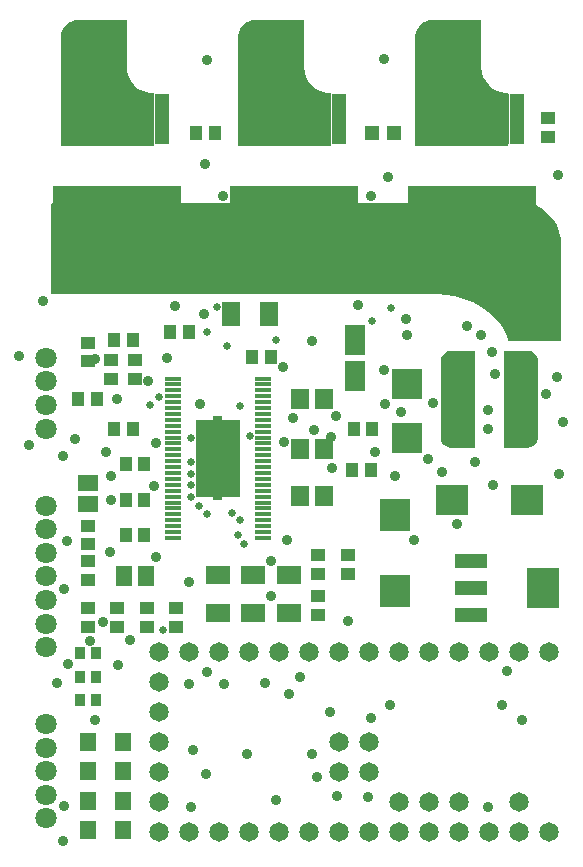
<source format=gts>
G04 Layer_Color=8388736*
%FSAX44Y44*%
%MOMM*%
G71*
G01*
G75*
%ADD43R,1.3716X0.4064*%
%ADD44R,0.9032X1.1032*%
%ADD45R,1.5532X2.1032*%
%ADD46R,1.1032X1.2032*%
%ADD47R,2.6032X2.8032*%
%ADD48R,1.5532X1.7532*%
%ADD49R,1.2032X1.1032*%
%ADD50R,2.1032X1.5532*%
%ADD51R,1.6532X1.3532*%
%ADD52R,1.3532X1.6532*%
%ADD53R,2.8032X2.6032*%
%ADD54R,2.5032X2.5032*%
%ADD55R,1.7532X2.6032*%
%ADD56R,1.4224X1.6256*%
G04:AMPARAMS|DCode=57|XSize=2.9032mm|YSize=8.2032mm|CornerRadius=1.4516mm|HoleSize=0mm|Usage=FLASHONLY|Rotation=0.000|XOffset=0mm|YOffset=0mm|HoleType=Round|Shape=RoundedRectangle|*
%AMROUNDEDRECTD57*
21,1,2.9032,5.3000,0,0,0.0*
21,1,0.0000,8.2032,0,0,0.0*
1,1,2.9032,0.0000,-2.6500*
1,1,2.9032,0.0000,-2.6500*
1,1,2.9032,0.0000,2.6500*
1,1,2.9032,0.0000,2.6500*
%
%ADD57ROUNDEDRECTD57*%
%ADD58R,1.3032X1.3032*%
%ADD59R,2.7032X3.5032*%
%ADD60R,2.7032X1.2032*%
%ADD61R,10.8032X9.0032*%
%ADD62R,1.1516X4.2516*%
%ADD63C,1.8034*%
%ADD64C,1.6510*%
%ADD65C,0.9144*%
%ADD66C,0.6604*%
%ADD67C,0.7112*%
G36*
X00784000Y00852385D02*
X00798685D01*
Y00849559D01*
Y00845559D01*
Y00841685D01*
Y00837685D01*
Y00833811D01*
Y00829811D01*
Y00825937D01*
Y00821937D01*
Y00818063D01*
Y00814063D01*
Y00810189D01*
Y00806189D01*
Y00802315D01*
Y00798315D01*
Y00794441D01*
Y00790441D01*
Y00787615D01*
X00784000D01*
Y00784450D01*
X00776000D01*
Y00787615D01*
X00761315D01*
Y00790441D01*
Y00794441D01*
Y00798315D01*
Y00802315D01*
Y00806189D01*
Y00810189D01*
Y00814063D01*
Y00818063D01*
Y00821937D01*
Y00825937D01*
Y00829811D01*
Y00833811D01*
Y00837685D01*
Y00841685D01*
Y00845559D01*
Y00849559D01*
Y00852385D01*
X00776000D01*
Y00855550D01*
X00784000D01*
Y00852385D01*
D02*
G37*
%LPC*%
G36*
X00785937Y00810189D02*
X00781937D01*
Y00806189D01*
X00785937D01*
Y00810189D01*
D02*
G37*
G36*
X00778063D02*
X00774063D01*
Y00806189D01*
X00778063D01*
Y00810189D01*
D02*
G37*
G36*
X00770189D02*
X00766189D01*
Y00806189D01*
X00770189D01*
Y00810189D01*
D02*
G37*
G36*
X00793811D02*
X00789811D01*
Y00806189D01*
X00793811D01*
Y00810189D01*
D02*
G37*
G36*
X00785937Y00818063D02*
X00781937D01*
Y00814063D01*
X00785937D01*
Y00818063D01*
D02*
G37*
G36*
X00778063D02*
X00774063D01*
Y00814063D01*
X00778063D01*
Y00818063D01*
D02*
G37*
G36*
X00770189D02*
X00766189D01*
Y00814063D01*
X00770189D01*
Y00818063D01*
D02*
G37*
G36*
X00793811Y00802315D02*
X00789811D01*
Y00798315D01*
X00793811D01*
Y00802315D01*
D02*
G37*
G36*
X00785937Y00794441D02*
X00781937D01*
Y00790441D01*
X00785937D01*
Y00794441D01*
D02*
G37*
G36*
X00778063D02*
X00774063D01*
Y00790441D01*
X00778063D01*
Y00794441D01*
D02*
G37*
G36*
X00770189D02*
X00766189D01*
Y00790441D01*
X00770189D01*
Y00794441D01*
D02*
G37*
G36*
X00793811D02*
X00789811D01*
Y00790441D01*
X00793811D01*
Y00794441D01*
D02*
G37*
G36*
X00785937Y00802315D02*
X00781937D01*
Y00798315D01*
X00785937D01*
Y00802315D01*
D02*
G37*
G36*
X00778063D02*
X00774063D01*
Y00798315D01*
X00778063D01*
Y00802315D01*
D02*
G37*
G36*
X00770189D02*
X00766189D01*
Y00798315D01*
X00770189D01*
Y00802315D01*
D02*
G37*
G36*
X00793811Y00818063D02*
X00789811D01*
Y00814063D01*
X00793811D01*
Y00818063D01*
D02*
G37*
G36*
X00785937Y00841685D02*
X00781937D01*
Y00837685D01*
X00785937D01*
Y00841685D01*
D02*
G37*
G36*
X00793811D02*
X00789811D01*
Y00837685D01*
X00793811D01*
Y00841685D01*
D02*
G37*
G36*
X00770189D02*
X00766189D01*
Y00837685D01*
X00770189D01*
Y00841685D01*
D02*
G37*
G36*
X00778063D02*
X00774063D01*
Y00837685D01*
X00778063D01*
Y00841685D01*
D02*
G37*
G36*
X00785937Y00849559D02*
X00781937D01*
Y00845559D01*
X00785937D01*
Y00849559D01*
D02*
G37*
G36*
X00793811D02*
X00789811D01*
Y00845559D01*
X00793811D01*
Y00849559D01*
D02*
G37*
G36*
X00770189D02*
X00766189D01*
Y00845559D01*
X00770189D01*
Y00849559D01*
D02*
G37*
G36*
X00778063D02*
X00774063D01*
Y00845559D01*
X00778063D01*
Y00849559D01*
D02*
G37*
G36*
X00785937Y00825937D02*
X00781937D01*
Y00821937D01*
X00785937D01*
Y00825937D01*
D02*
G37*
G36*
X00793811D02*
X00789811D01*
Y00821937D01*
X00793811D01*
Y00825937D01*
D02*
G37*
G36*
X00770189D02*
X00766189D01*
Y00821937D01*
X00770189D01*
Y00825937D01*
D02*
G37*
G36*
X00778063D02*
X00774063D01*
Y00821937D01*
X00778063D01*
Y00825937D01*
D02*
G37*
G36*
X00785937Y00833811D02*
X00781937D01*
Y00829811D01*
X00785937D01*
Y00833811D01*
D02*
G37*
G36*
X00793811D02*
X00789811D01*
Y00829811D01*
X00793811D01*
Y00833811D01*
D02*
G37*
G36*
X00770189D02*
X00766189D01*
Y00829811D01*
X00770189D01*
Y00833811D01*
D02*
G37*
G36*
X00778063D02*
X00774063D01*
Y00829811D01*
X00778063D01*
Y00833811D01*
D02*
G37*
%LPD*%
G36*
X01045035Y01036015D02*
X01045070Y01036015D01*
X01045101Y01036011D01*
X01045133Y01036009D01*
X01045167Y01036002D01*
X01045201Y01035998D01*
X01045232Y01035989D01*
X01045263Y01035983D01*
X01045296Y01035972D01*
X01045330Y01035963D01*
X01047943Y01035067D01*
X01047968Y01035056D01*
X01047994Y01035048D01*
X01048029Y01035031D01*
X01048065Y01035016D01*
X01048089Y01035002D01*
X01048114Y01034990D01*
X01055317Y01030912D01*
X01055343Y01030895D01*
X01055370Y01030880D01*
X01055399Y01030858D01*
X01055428Y01030839D01*
X01055452Y01030818D01*
X01055477Y01030800D01*
X01059905Y01027018D01*
X01059915Y01027008D01*
X01059925Y01027000D01*
X01059962Y01026962D01*
X01060001Y01026925D01*
X01060009Y01026914D01*
X01060018Y01026905D01*
X01063800Y01022476D01*
X01063808Y01022465D01*
X01063818Y01022456D01*
X01063848Y01022412D01*
X01063880Y01022370D01*
X01063887Y01022358D01*
X01063894Y01022347D01*
X01066937Y01017381D01*
X01066943Y01017370D01*
X01066951Y01017358D01*
X01066975Y01017310D01*
X01066999Y01017263D01*
X01067004Y01017251D01*
X01067010Y01017239D01*
X01069239Y01011858D01*
X01069243Y01011846D01*
X01069248Y01011834D01*
X01069264Y01011783D01*
X01069281Y01011732D01*
X01069284Y01011719D01*
X01069288Y01011706D01*
X01070647Y01006044D01*
X01070650Y01006031D01*
X01070653Y01006018D01*
X01070661Y01005965D01*
X01070670Y01005912D01*
X01070670Y01005899D01*
X01070672Y01005886D01*
X01071015Y01001534D01*
X01071015Y01001494D01*
X01071018Y01001454D01*
Y01000000D01*
X01071018Y01000000D01*
X01071018Y00920000D01*
X01071009Y00919867D01*
X01070983Y00919736D01*
X01070941Y00919610D01*
X01070882Y00919491D01*
X01070808Y00919380D01*
X01070720Y00919280D01*
X01070620Y00919192D01*
X01070509Y00919118D01*
X01070390Y00919059D01*
X01070264Y00919016D01*
X01070133Y00918990D01*
X01070000Y00918982D01*
X01026782D01*
X01026778Y00918982D01*
X01026775Y00918982D01*
X01026711Y00918987D01*
X01026649Y00918990D01*
X01026646Y00918991D01*
X01026642Y00918991D01*
X01026579Y00919005D01*
X01026518Y00919016D01*
X01026515Y00919018D01*
X01026512Y00919018D01*
X01026453Y00919038D01*
X01026392Y00919059D01*
X01026389Y00919061D01*
X01026386Y00919062D01*
X01026331Y00919090D01*
X01026273Y00919118D01*
X01026270Y00919120D01*
X01026267Y00919122D01*
X01026214Y00919158D01*
X01026162Y00919192D01*
X01026160Y00919194D01*
X01026157Y00919196D01*
X01026109Y00919239D01*
X01026062Y00919280D01*
X01026060Y00919283D01*
X01026057Y00919285D01*
X01026016Y00919332D01*
X01025974Y00919380D01*
X01025972Y00919383D01*
X01025970Y00919386D01*
X01025935Y00919440D01*
X01025900Y00919491D01*
X01025899Y00919494D01*
X01025897Y00919497D01*
X01025869Y00919554D01*
X01025841Y00919610D01*
X01025840Y00919614D01*
X01025839Y00919617D01*
X01025819Y00919676D01*
X01025798Y00919736D01*
X01025798Y00919740D01*
X01025797Y00919743D01*
X01025438Y00921121D01*
X01024067Y00925175D01*
X01021669Y00930037D01*
X01018659Y00934542D01*
X01015458Y00938158D01*
X01014298Y00939263D01*
X01014298Y00939263D01*
D01*
X01011716Y00941722D01*
X01003081Y00948126D01*
X00996064Y00952004D01*
X00988647Y00955076D01*
X00980933Y00957299D01*
X00973018Y00958644D01*
X00967006Y00958981D01*
X00965000Y00958981D01*
X00965000D01*
X00965000D01*
X00640000Y00958982D01*
X00639867Y00958990D01*
X00639737Y00959016D01*
X00639610Y00959059D01*
X00639491Y00959118D01*
X00639380Y00959192D01*
X00639280Y00959280D01*
X00639192Y00959380D01*
X00639118Y00959491D01*
X00639059Y00959610D01*
X00639016Y00959736D01*
X00638991Y00959867D01*
X00638982Y00960000D01*
Y01034270D01*
Y01034415D01*
D01*
Y01034415D01*
X00638991Y01034548D01*
X00639016Y01034679D01*
X00639031Y01034721D01*
X00639059Y01034805D01*
X00639059Y01034805D01*
X00639230Y01035218D01*
X00639230Y01035218D01*
X00639289Y01035337D01*
D01*
X00639290Y01035338D01*
X00639363Y01035448D01*
X00639439Y01035534D01*
X00639451Y01035548D01*
X00639451D01*
Y01035548D01*
X00639465Y01035561D01*
X00639551Y01035636D01*
X00639662Y01035710D01*
X00639662Y01035710D01*
D01*
X00639782Y01035769D01*
X00639782Y01035769D01*
X00640195Y01035940D01*
X00640195Y01035940D01*
X00640278Y01035968D01*
X00640321Y01035983D01*
X00640452Y01036009D01*
X00640584Y01036018D01*
X00640584D01*
D01*
X01045000D01*
X01045035Y01036015D01*
D02*
G37*
G36*
X00997133Y00911010D02*
X00997263Y00910984D01*
X00997390Y00910941D01*
X00997509Y00910882D01*
X00997620Y00910808D01*
X00997720Y00910720D01*
X00997808Y00910620D01*
X00997882Y00910509D01*
X00997941Y00910390D01*
X00997983Y00910264D01*
X00998009Y00910133D01*
X00998018Y00910000D01*
Y00830000D01*
X00998009Y00829867D01*
X00997983Y00829736D01*
X00997941Y00829610D01*
X00997882Y00829491D01*
X00997808Y00829380D01*
X00997720Y00829280D01*
X00997620Y00829192D01*
X00997509Y00829118D01*
X00997390Y00829059D01*
X00997263Y00829016D01*
X00997133Y00828990D01*
X00997000Y00828982D01*
X00977008D01*
X00976876Y00828990D01*
X00975409Y00829184D01*
X00975279Y00829210D01*
X00975153Y00829252D01*
X00973328Y00830008D01*
X00973208Y00830067D01*
X00973098Y00830141D01*
X00971531Y00831343D01*
X00971431Y00831431D01*
Y00831431D01*
X00971431D01*
X00971343Y00831531D01*
X00970141Y00833098D01*
X00970067Y00833209D01*
X00970037Y00833269D01*
X00970008Y00833328D01*
X00969252Y00835152D01*
X00969252Y00835153D01*
X00969224Y00835236D01*
X00969210Y00835279D01*
X00969184Y00835409D01*
Y00835409D01*
X00968990Y00836876D01*
X00968982Y00837008D01*
Y00837500D01*
Y00902500D01*
Y00902992D01*
X00968990Y00903124D01*
X00969184Y00904591D01*
X00969210Y00904722D01*
X00969252Y00904848D01*
X00970008Y00906672D01*
X00970067Y00906792D01*
X00970141Y00906902D01*
X00971343Y00908469D01*
X00971431Y00908569D01*
X00971531Y00908657D01*
X00971531Y00908657D01*
X00973098Y00909859D01*
X00973153Y00909896D01*
X00973208Y00909933D01*
X00973328Y00909992D01*
X00975152Y00910748D01*
X00975278Y00910790D01*
X00975409Y00910816D01*
X00976876Y00911010D01*
X00977008Y00911018D01*
X00977008D01*
X00977009D01*
X00977500Y00911018D01*
X00977500Y00911018D01*
X00997000D01*
X00997133Y00911010D01*
D02*
G37*
G36*
X01043124D02*
X01044591Y00910816D01*
X01044721Y00910790D01*
X01044847Y00910748D01*
X01046672Y00909992D01*
X01046792Y00909933D01*
X01046847Y00909896D01*
X01046902Y00909859D01*
X01048469Y00908657D01*
X01048569Y00908569D01*
X01048657Y00908469D01*
X01049859Y00906902D01*
X01049933Y00906792D01*
X01049992Y00906672D01*
X01050748Y00904847D01*
X01050790Y00904721D01*
X01050816Y00904591D01*
X01051010Y00903124D01*
X01051018Y00902992D01*
Y00902500D01*
Y00837500D01*
Y00837008D01*
X01051010Y00836876D01*
X01050816Y00835409D01*
Y00835409D01*
X01050790Y00835279D01*
X01050776Y00835236D01*
X01050748Y00835153D01*
X01050748Y00835152D01*
X01049992Y00833328D01*
X01049963Y00833269D01*
X01049933Y00833209D01*
X01049859Y00833098D01*
X01048657Y00831531D01*
X01048569Y00831431D01*
X01048569D01*
Y00831431D01*
X01048469Y00831343D01*
X01046902Y00830141D01*
X01046792Y00830067D01*
X01046672Y00830008D01*
X01044847Y00829252D01*
X01044721Y00829210D01*
X01044591Y00829184D01*
X01043124Y00828990D01*
X01042992Y00828982D01*
X01023000D01*
X01022867Y00828990D01*
X01022737Y00829016D01*
X01022610Y00829059D01*
X01022491Y00829118D01*
X01022380Y00829192D01*
X01022280Y00829280D01*
X01022192Y00829380D01*
X01022118Y00829491D01*
X01022059Y00829610D01*
X01022017Y00829736D01*
X01021991Y00829867D01*
X01021982Y00830000D01*
Y00910000D01*
X01021991Y00910133D01*
X01022017Y00910264D01*
X01022059Y00910390D01*
X01022118Y00910509D01*
X01022192Y00910620D01*
X01022280Y00910720D01*
X01022380Y00910808D01*
X01022491Y00910882D01*
X01022610Y00910941D01*
X01022737Y00910984D01*
X01022867Y00911010D01*
X01023000Y00911018D01*
X01042992D01*
X01043124Y00911010D01*
D02*
G37*
G36*
X01002317Y01191010D02*
X01002447Y01190984D01*
X01002573Y01190941D01*
X01002693Y01190882D01*
X01002804Y01190808D01*
X01002904Y01190720D01*
X01002991Y01190620D01*
X01003065Y01190509D01*
X01003124Y01190390D01*
X01003167Y01190264D01*
X01003193Y01190133D01*
X01003202Y01190000D01*
Y01151252D01*
Y01150181D01*
X01003517Y01146979D01*
X01004764Y01142870D01*
X01006788Y01139083D01*
X01009512Y01135764D01*
X01012831Y01133040D01*
X01016596Y01131028D01*
X01022878Y01129454D01*
X01025000D01*
X01025133Y01129445D01*
X01025264Y01129419D01*
X01025390Y01129376D01*
X01025509Y01129317D01*
X01025620Y01129243D01*
X01025720Y01129156D01*
X01025808Y01129055D01*
X01025882Y01128945D01*
X01025941Y01128825D01*
X01025984Y01128699D01*
X01026010Y01128569D01*
X01026018Y01128436D01*
Y01085000D01*
X01026010Y01084867D01*
X01025984Y01084736D01*
X01025941Y01084610D01*
X01025882Y01084491D01*
X01025808Y01084380D01*
X01025720Y01084280D01*
X01025620Y01084192D01*
X01025509Y01084118D01*
X01025390Y01084059D01*
X01025264Y01084016D01*
X01025133Y01083990D01*
X01025000Y01083982D01*
X00948303D01*
X00948170Y01083990D01*
X00948039Y01084016D01*
X00947913Y01084059D01*
X00947794Y01084118D01*
X00947683Y01084192D01*
X00947583Y01084280D01*
X00947495Y01084380D01*
X00947421Y01084491D01*
X00947362Y01084610D01*
X00947319Y01084736D01*
X00947293Y01084867D01*
X00947285Y01085000D01*
Y01176232D01*
Y01177134D01*
X00947293Y01177267D01*
X00947648Y01179959D01*
X00947674Y01180090D01*
X00947717Y01180216D01*
X00949104Y01183565D01*
X00949163Y01183684D01*
X00949187Y01183721D01*
X00949237Y01183795D01*
X00951444Y01186671D01*
X00951532Y01186771D01*
X00951632Y01186859D01*
X00954508Y01189066D01*
X00954619Y01189140D01*
X00954738Y01189199D01*
X00958087Y01190586D01*
X00958087Y01190586D01*
X00958170Y01190615D01*
X00958213Y01190629D01*
X00958344Y01190655D01*
X00958344D01*
X00961036Y01191010D01*
X00961169Y01191018D01*
X00961169D01*
D01*
X01002184D01*
X01002317Y01191010D01*
D02*
G37*
G36*
X00852317D02*
X00852447Y01190984D01*
X00852573Y01190941D01*
X00852693Y01190882D01*
X00852804Y01190808D01*
X00852904Y01190720D01*
X00852991Y01190620D01*
X00853065Y01190509D01*
X00853124Y01190390D01*
X00853167Y01190264D01*
X00853193Y01190133D01*
X00853202Y01190000D01*
Y01151252D01*
Y01150181D01*
X00853517Y01146979D01*
X00854764Y01142870D01*
X00856788Y01139083D01*
X00859512Y01135764D01*
X00862831Y01133040D01*
X00866596Y01131028D01*
X00872878Y01129454D01*
X00875000D01*
X00875133Y01129445D01*
X00875264Y01129419D01*
X00875390Y01129376D01*
X00875509Y01129317D01*
X00875620Y01129243D01*
X00875720Y01129156D01*
X00875808Y01129055D01*
X00875882Y01128945D01*
X00875941Y01128825D01*
X00875984Y01128699D01*
X00876010Y01128569D01*
X00876018Y01128436D01*
Y01085000D01*
X00876010Y01084867D01*
X00875984Y01084736D01*
X00875941Y01084610D01*
X00875882Y01084491D01*
X00875808Y01084380D01*
X00875720Y01084280D01*
X00875620Y01084192D01*
X00875509Y01084118D01*
X00875390Y01084059D01*
X00875264Y01084016D01*
X00875133Y01083990D01*
X00875000Y01083982D01*
X00798303D01*
X00798170Y01083990D01*
X00798039Y01084016D01*
X00797913Y01084059D01*
X00797794Y01084118D01*
X00797683Y01084192D01*
X00797583Y01084280D01*
X00797495Y01084380D01*
X00797421Y01084491D01*
X00797362Y01084610D01*
X00797319Y01084736D01*
X00797293Y01084867D01*
X00797285Y01085000D01*
Y01176232D01*
Y01177134D01*
X00797293Y01177267D01*
X00797648Y01179959D01*
X00797674Y01180090D01*
X00797717Y01180216D01*
X00799104Y01183565D01*
X00799163Y01183684D01*
X00799187Y01183721D01*
X00799237Y01183795D01*
X00801444Y01186671D01*
X00801532Y01186771D01*
X00801632Y01186859D01*
X00804508Y01189066D01*
X00804619Y01189140D01*
X00804738Y01189199D01*
X00808087Y01190586D01*
X00808087Y01190586D01*
X00808170Y01190615D01*
X00808213Y01190629D01*
X00808344Y01190655D01*
X00808344D01*
X00811036Y01191010D01*
X00811169Y01191018D01*
X00811169D01*
D01*
X00852184D01*
X00852317Y01191010D01*
D02*
G37*
G36*
X00702317D02*
X00702447Y01190984D01*
X00702573Y01190941D01*
X00702693Y01190882D01*
X00702804Y01190808D01*
X00702904Y01190720D01*
X00702991Y01190620D01*
X00703065Y01190509D01*
X00703124Y01190390D01*
X00703167Y01190264D01*
X00703193Y01190133D01*
X00703202Y01190000D01*
Y01151252D01*
Y01150181D01*
X00703517Y01146979D01*
X00704764Y01142870D01*
X00706788Y01139083D01*
X00709512Y01135764D01*
X00712831Y01133040D01*
X00716596Y01131028D01*
X00722878Y01129454D01*
X00725000D01*
X00725133Y01129445D01*
X00725264Y01129419D01*
X00725390Y01129376D01*
X00725509Y01129317D01*
X00725620Y01129243D01*
X00725720Y01129156D01*
X00725808Y01129055D01*
X00725882Y01128945D01*
X00725941Y01128825D01*
X00725984Y01128699D01*
X00726010Y01128569D01*
X00726018Y01128436D01*
Y01085000D01*
X00726010Y01084867D01*
X00725984Y01084736D01*
X00725941Y01084610D01*
X00725882Y01084491D01*
X00725808Y01084380D01*
X00725720Y01084280D01*
X00725620Y01084192D01*
X00725509Y01084118D01*
X00725390Y01084059D01*
X00725264Y01084016D01*
X00725133Y01083990D01*
X00725000Y01083982D01*
X00648303D01*
X00648170Y01083990D01*
X00648039Y01084016D01*
X00647913Y01084059D01*
X00647794Y01084118D01*
X00647683Y01084192D01*
X00647583Y01084280D01*
X00647495Y01084380D01*
X00647421Y01084491D01*
X00647362Y01084610D01*
X00647319Y01084736D01*
X00647293Y01084867D01*
X00647285Y01085000D01*
Y01176232D01*
Y01177134D01*
X00647293Y01177267D01*
X00647648Y01179959D01*
X00647674Y01180090D01*
X00647717Y01180216D01*
X00649104Y01183565D01*
X00649163Y01183684D01*
X00649187Y01183721D01*
X00649237Y01183795D01*
X00651444Y01186671D01*
X00651532Y01186771D01*
X00651632Y01186859D01*
X00654508Y01189066D01*
X00654619Y01189140D01*
X00654738Y01189199D01*
X00658087Y01190586D01*
X00658087Y01190586D01*
X00658170Y01190615D01*
X00658213Y01190629D01*
X00658344Y01190655D01*
X00658344D01*
X00661036Y01191010D01*
X00661169Y01191018D01*
X00661169D01*
D01*
X00702184D01*
X00702317Y01191010D01*
D02*
G37*
D43*
X00818227Y00887500D02*
D03*
Y00882500D02*
D03*
Y00877500D02*
D03*
Y00872500D02*
D03*
Y00867500D02*
D03*
Y00862500D02*
D03*
Y00857500D02*
D03*
Y00852500D02*
D03*
Y00847500D02*
D03*
Y00842500D02*
D03*
Y00837500D02*
D03*
Y00832500D02*
D03*
Y00827500D02*
D03*
Y00822500D02*
D03*
Y00817500D02*
D03*
Y00812500D02*
D03*
Y00807500D02*
D03*
Y00802500D02*
D03*
Y00797500D02*
D03*
Y00792500D02*
D03*
Y00787500D02*
D03*
Y00782500D02*
D03*
Y00777500D02*
D03*
Y00772500D02*
D03*
Y00767500D02*
D03*
Y00762500D02*
D03*
Y00757500D02*
D03*
Y00752500D02*
D03*
X00741773D02*
D03*
Y00757500D02*
D03*
Y00762500D02*
D03*
Y00767500D02*
D03*
Y00772500D02*
D03*
Y00777500D02*
D03*
Y00782500D02*
D03*
Y00787500D02*
D03*
Y00792500D02*
D03*
Y00797500D02*
D03*
Y00802500D02*
D03*
Y00807500D02*
D03*
Y00812500D02*
D03*
Y00817500D02*
D03*
Y00822500D02*
D03*
Y00827500D02*
D03*
Y00832500D02*
D03*
Y00837500D02*
D03*
Y00842500D02*
D03*
Y00847500D02*
D03*
Y00852500D02*
D03*
Y00857500D02*
D03*
Y00862500D02*
D03*
Y00867500D02*
D03*
Y00872500D02*
D03*
Y00877500D02*
D03*
Y00882500D02*
D03*
Y00887500D02*
D03*
D44*
X00663000Y00655000D02*
D03*
X00677000D02*
D03*
X00663000Y00635000D02*
D03*
X00677000D02*
D03*
X00663000Y00615000D02*
D03*
X00677000D02*
D03*
D45*
X00791000Y00942000D02*
D03*
X00823000D02*
D03*
D46*
X00895000Y00845000D02*
D03*
X00911000D02*
D03*
X00825000Y00906000D02*
D03*
X00809000D02*
D03*
X00692000Y00920000D02*
D03*
X00708000D02*
D03*
X00702000Y00815000D02*
D03*
X00718000D02*
D03*
X00702000Y00785000D02*
D03*
X00718000D02*
D03*
X00702000Y00755000D02*
D03*
X00718000D02*
D03*
X00910000Y00810000D02*
D03*
X00894000D02*
D03*
X00740000Y00927000D02*
D03*
X00756000D02*
D03*
X00678000Y00870000D02*
D03*
X00662000D02*
D03*
X00708000Y00845000D02*
D03*
X00692000D02*
D03*
X00778000Y01095000D02*
D03*
X00762000D02*
D03*
D47*
X00929930Y00771980D02*
D03*
Y00707980D02*
D03*
D48*
X00870000Y00870000D02*
D03*
X00850000D02*
D03*
X00870000Y00828000D02*
D03*
X00850000D02*
D03*
X00850000Y00787710D02*
D03*
X00870000D02*
D03*
D49*
X00890000Y00738000D02*
D03*
Y00722000D02*
D03*
X00865000Y00738000D02*
D03*
Y00722000D02*
D03*
X00670000Y00902000D02*
D03*
Y00918000D02*
D03*
X00865000Y00687000D02*
D03*
Y00703000D02*
D03*
X00690000Y00903000D02*
D03*
Y00887000D02*
D03*
X00710000Y00903000D02*
D03*
Y00887000D02*
D03*
X00670000Y00763000D02*
D03*
Y00747000D02*
D03*
X00670000Y00733000D02*
D03*
Y00717000D02*
D03*
X01060000Y01092000D02*
D03*
Y01108000D02*
D03*
X00670000Y00693000D02*
D03*
Y00677000D02*
D03*
X00695000Y00693000D02*
D03*
Y00677000D02*
D03*
X00720000Y00693000D02*
D03*
Y00677000D02*
D03*
X00745000Y00693000D02*
D03*
Y00677000D02*
D03*
D50*
X00840000Y00689000D02*
D03*
Y00721000D02*
D03*
X00810000Y00689000D02*
D03*
Y00721000D02*
D03*
X00780000Y00689000D02*
D03*
Y00721000D02*
D03*
D51*
X00670000Y00781000D02*
D03*
Y00799000D02*
D03*
D52*
X00719000Y00720000D02*
D03*
X00701000D02*
D03*
D53*
X00978020Y00784930D02*
D03*
X01042020D02*
D03*
D54*
X00940000Y00882500D02*
D03*
Y00837500D02*
D03*
D55*
X00896000Y00920250D02*
D03*
Y00889750D02*
D03*
D56*
X00669760Y00580000D02*
D03*
X00700000D02*
D03*
X00669760Y00555000D02*
D03*
X00700000D02*
D03*
X00669760Y00530000D02*
D03*
X00700000D02*
D03*
X00669760Y00505000D02*
D03*
X00700000D02*
D03*
D57*
X00983500Y00870000D02*
D03*
X01036500D02*
D03*
D58*
X00929000Y01095000D02*
D03*
X00911000D02*
D03*
D59*
X01055500Y00710000D02*
D03*
D60*
X00994500D02*
D03*
Y00733000D02*
D03*
Y00687000D02*
D03*
D61*
X00695000Y01005500D02*
D03*
X00845000D02*
D03*
X00995000Y01005500D02*
D03*
D62*
X00656900Y01107500D02*
D03*
X00669600D02*
D03*
X00682300D02*
D03*
X00707700D02*
D03*
X00720400D02*
D03*
X00733100D02*
D03*
X00806900D02*
D03*
X00819600D02*
D03*
X00832300D02*
D03*
X00857700D02*
D03*
X00870400D02*
D03*
X00883100D02*
D03*
X00956900Y01107500D02*
D03*
X00969600D02*
D03*
X00982300D02*
D03*
X01007700D02*
D03*
X01020400D02*
D03*
X01033100D02*
D03*
D63*
X00635000Y00555000D02*
D03*
Y00515000D02*
D03*
Y00595132D02*
D03*
Y00575066D02*
D03*
Y00535000D02*
D03*
Y00760000D02*
D03*
Y00740132D02*
D03*
Y00720066D02*
D03*
Y00780000D02*
D03*
Y00700000D02*
D03*
Y00680000D02*
D03*
Y00660000D02*
D03*
Y00845000D02*
D03*
Y00865000D02*
D03*
Y00885000D02*
D03*
Y00905066D02*
D03*
D64*
X01060100Y00656200D02*
D03*
X01034700D02*
D03*
X01009300D02*
D03*
X00983900D02*
D03*
X00958500D02*
D03*
X00933100D02*
D03*
X00907700D02*
D03*
X00882300D02*
D03*
X00856900D02*
D03*
X00831500D02*
D03*
X00806100D02*
D03*
X00780700D02*
D03*
X00755300D02*
D03*
X00729900D02*
D03*
Y00630800D02*
D03*
Y00605400D02*
D03*
Y00580000D02*
D03*
Y00503800D02*
D03*
X00755300D02*
D03*
X00780700D02*
D03*
X00806100D02*
D03*
X00831500D02*
D03*
X00856900D02*
D03*
X00882300D02*
D03*
X00907700D02*
D03*
X00933100D02*
D03*
X00958500D02*
D03*
X00983900D02*
D03*
X01009300D02*
D03*
X01034700D02*
D03*
Y00529200D02*
D03*
X00983900D02*
D03*
X00958500D02*
D03*
X00933100D02*
D03*
X00882300Y00554600D02*
D03*
X00907700D02*
D03*
X00882300Y00580000D02*
D03*
X00907700D02*
D03*
X00729900Y00529200D02*
D03*
X01060100Y00503800D02*
D03*
X00729900Y00554600D02*
D03*
D65*
X00695999Y00644999D02*
D03*
X00860000Y00919000D02*
D03*
X00909398Y01042398D02*
D03*
X00835000Y00897000D02*
D03*
X00843998Y00853998D02*
D03*
X00765000Y00866000D02*
D03*
X00744000Y00949000D02*
D03*
X00767999Y00941998D02*
D03*
X00769000Y01069000D02*
D03*
X00784650Y01042349D02*
D03*
X00930000Y00805000D02*
D03*
X00913427Y00825570D02*
D03*
X01008998Y00860998D02*
D03*
X00805000Y00570000D02*
D03*
X00926000Y00611000D02*
D03*
X00890000Y00682160D02*
D03*
X01025000Y00640000D02*
D03*
X00909998Y00599999D02*
D03*
X00850000Y00635000D02*
D03*
X00955000Y01115000D02*
D03*
Y01100000D02*
D03*
X00970000Y01115000D02*
D03*
Y01100000D02*
D03*
X00985000D02*
D03*
Y01115000D02*
D03*
X01000000Y01100000D02*
D03*
Y01115000D02*
D03*
X01015000D02*
D03*
Y01100000D02*
D03*
X00805000Y01115000D02*
D03*
Y01100000D02*
D03*
X00820000Y01115000D02*
D03*
Y01100000D02*
D03*
X00835000D02*
D03*
Y01115000D02*
D03*
X00850000Y01100000D02*
D03*
Y01115000D02*
D03*
X00865000D02*
D03*
Y01100000D02*
D03*
X00715000D02*
D03*
Y01115000D02*
D03*
X00700000D02*
D03*
Y01100000D02*
D03*
X00685000Y01115000D02*
D03*
Y01100000D02*
D03*
X00670000D02*
D03*
Y01115000D02*
D03*
X00655000Y01100000D02*
D03*
Y01115000D02*
D03*
X01045000Y00945000D02*
D03*
X01060000D02*
D03*
Y00930000D02*
D03*
X01030000D02*
D03*
Y00945000D02*
D03*
X01045000Y00930000D02*
D03*
X00689999Y00784998D02*
D03*
X00685000Y00825000D02*
D03*
X00689999Y00804998D02*
D03*
X00658902Y00836098D02*
D03*
X00935000Y00859000D02*
D03*
X00835900Y00833409D02*
D03*
X00880000Y00856000D02*
D03*
X00705999Y00665999D02*
D03*
X00875998Y00837998D02*
D03*
X00962000Y00867000D02*
D03*
X00923998Y01057998D02*
D03*
X00861905Y00843905D02*
D03*
X00969998Y00807998D02*
D03*
X00998000Y00817000D02*
D03*
X01013000Y00797000D02*
D03*
X01067000Y00889000D02*
D03*
X01009000Y00845000D02*
D03*
X01072000Y00851000D02*
D03*
X01057998Y00873998D02*
D03*
X00727460Y00736540D02*
D03*
X00689000Y00741000D02*
D03*
X00860000Y00570000D02*
D03*
X00829000Y00531000D02*
D03*
X00881000Y00534000D02*
D03*
X00863998Y00549999D02*
D03*
X00907235Y00533517D02*
D03*
X00682650Y00681731D02*
D03*
X00649999Y00708999D02*
D03*
X00651999Y00749998D02*
D03*
X00649999Y00525999D02*
D03*
X00649000Y00496000D02*
D03*
X00643999Y00629999D02*
D03*
X00676000Y00598000D02*
D03*
X00671999Y00664999D02*
D03*
X00839000Y00751000D02*
D03*
X00620315Y00831400D02*
D03*
X00737000Y00905000D02*
D03*
X00632000Y00953000D02*
D03*
X01068000Y01060000D02*
D03*
X00612000Y00907000D02*
D03*
X00771000Y01157000D02*
D03*
X00921000Y01158000D02*
D03*
X01069000Y00807000D02*
D03*
X00946000Y00751000D02*
D03*
X00983000Y00764000D02*
D03*
X00958000Y00819000D02*
D03*
X00921998Y00865998D02*
D03*
X00921000Y00895000D02*
D03*
X00825000Y00703000D02*
D03*
X00875000Y00605000D02*
D03*
X00820000Y00630000D02*
D03*
X00840000Y00620000D02*
D03*
X01009000Y00525000D02*
D03*
X01038000Y00598000D02*
D03*
X01021000Y00611000D02*
D03*
X00939000Y00938000D02*
D03*
X00899000Y00950000D02*
D03*
X00939850Y00923987D02*
D03*
X01002804Y00924430D02*
D03*
X01014998Y00890998D02*
D03*
X01011998Y00909998D02*
D03*
X00876998Y00811998D02*
D03*
X00825000Y00733000D02*
D03*
X00755999Y00714999D02*
D03*
X00759000Y00573000D02*
D03*
X00769998Y00552999D02*
D03*
X00755999Y00628999D02*
D03*
X00785000Y00629000D02*
D03*
X00770999Y00638999D02*
D03*
X00757000Y00525000D02*
D03*
X00990998Y00931998D02*
D03*
X00695000Y00870000D02*
D03*
X00652999Y00645999D02*
D03*
X00726447Y00796447D02*
D03*
X00649000Y00822000D02*
D03*
X00676000Y00904000D02*
D03*
X00721000Y00885000D02*
D03*
X00727999Y00832999D02*
D03*
D66*
X00771004Y00927298D02*
D03*
X00778998Y00947998D02*
D03*
X00791998Y00773998D02*
D03*
X00798998Y00767999D02*
D03*
X00757000Y00807000D02*
D03*
Y00817000D02*
D03*
X00927000Y00947000D02*
D03*
X00911000Y00936000D02*
D03*
X00828998Y00919998D02*
D03*
X00757000Y00787000D02*
D03*
X00802000Y00747000D02*
D03*
X00796998Y00754998D02*
D03*
X00806998Y00838998D02*
D03*
X00757000Y00837000D02*
D03*
X00771000Y00773000D02*
D03*
X00764000Y00780000D02*
D03*
X00757000Y00797000D02*
D03*
X00734000Y00675000D02*
D03*
X00787998Y00914998D02*
D03*
X00798998Y00863998D02*
D03*
X00723000Y00864834D02*
D03*
X00730000Y00872000D02*
D03*
D67*
X00791811Y00847559D02*
D03*
Y00792441D02*
D03*
X00783937D02*
D03*
X00776063D02*
D03*
X00768189D02*
D03*
Y00800315D02*
D03*
X00776063D02*
D03*
X00783937D02*
D03*
X00791811D02*
D03*
Y00808189D02*
D03*
X00783937D02*
D03*
X00776063D02*
D03*
X00768189D02*
D03*
X00791811Y00816063D02*
D03*
X00783937D02*
D03*
X00776063D02*
D03*
X00768189D02*
D03*
X00791811Y00823937D02*
D03*
X00783937D02*
D03*
X00776063D02*
D03*
X00768189D02*
D03*
X00791811Y00831811D02*
D03*
X00783937D02*
D03*
X00776063D02*
D03*
X00768189D02*
D03*
X00791811Y00839685D02*
D03*
X00783937D02*
D03*
X00776063D02*
D03*
X00768189D02*
D03*
X00783937Y00847559D02*
D03*
X00768189D02*
D03*
X00776063D02*
D03*
M02*

</source>
